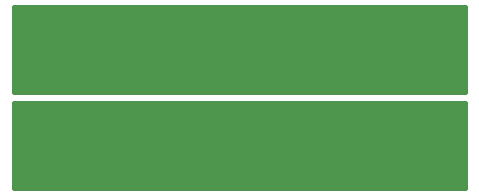
<source format=gtl>
G04 #@! TF.FileFunction,Copper,L1,Top,Signal*
%FSLAX46Y46*%
G04 Gerber Fmt 4.6, Leading zero omitted, Abs format (unit mm)*
G04 Created by KiCad (PCBNEW 4.0.6) date 06/24/17 11:59:32*
%MOMM*%
%LPD*%
G01*
G04 APERTURE LIST*
%ADD10C,0.100000*%
%ADD11C,6.604000*%
%ADD12C,0.254000*%
G04 APERTURE END LIST*
D10*
D11*
X152400000Y-92938600D03*
X152400000Y-100101400D03*
X132080000Y-92938600D03*
X132080000Y-100101400D03*
X142240000Y-92938600D03*
X142240000Y-100101400D03*
X162560000Y-92938600D03*
X162560000Y-100101400D03*
D12*
G36*
X166497000Y-96139000D02*
X128143000Y-96139000D01*
X128143000Y-88773000D01*
X166497000Y-88773000D01*
X166497000Y-96139000D01*
X166497000Y-96139000D01*
G37*
X166497000Y-96139000D02*
X128143000Y-96139000D01*
X128143000Y-88773000D01*
X166497000Y-88773000D01*
X166497000Y-96139000D01*
G36*
X166497000Y-104267000D02*
X128143000Y-104267000D01*
X128143000Y-96901000D01*
X166497000Y-96901000D01*
X166497000Y-104267000D01*
X166497000Y-104267000D01*
G37*
X166497000Y-104267000D02*
X128143000Y-104267000D01*
X128143000Y-96901000D01*
X166497000Y-96901000D01*
X166497000Y-104267000D01*
M02*

</source>
